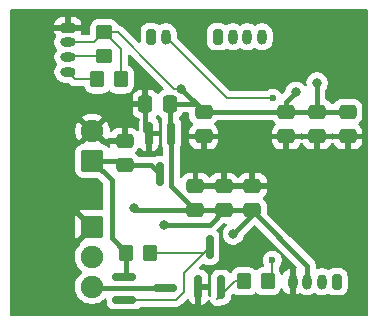
<source format=gbr>
%TF.GenerationSoftware,KiCad,Pcbnew,9.0.1*%
%TF.CreationDate,2025-07-19T18:14:50+02:00*%
%TF.ProjectId,ventilation,76656e74-696c-4617-9469-6f6e2e6b6963,rev?*%
%TF.SameCoordinates,Original*%
%TF.FileFunction,Copper,L2,Bot*%
%TF.FilePolarity,Positive*%
%FSLAX46Y46*%
G04 Gerber Fmt 4.6, Leading zero omitted, Abs format (unit mm)*
G04 Created by KiCad (PCBNEW 9.0.1) date 2025-07-19 18:14:50*
%MOMM*%
%LPD*%
G01*
G04 APERTURE LIST*
G04 Aperture macros list*
%AMRoundRect*
0 Rectangle with rounded corners*
0 $1 Rounding radius*
0 $2 $3 $4 $5 $6 $7 $8 $9 X,Y pos of 4 corners*
0 Add a 4 corners polygon primitive as box body*
4,1,4,$2,$3,$4,$5,$6,$7,$8,$9,$2,$3,0*
0 Add four circle primitives for the rounded corners*
1,1,$1+$1,$2,$3*
1,1,$1+$1,$4,$5*
1,1,$1+$1,$6,$7*
1,1,$1+$1,$8,$9*
0 Add four rect primitives between the rounded corners*
20,1,$1+$1,$2,$3,$4,$5,0*
20,1,$1+$1,$4,$5,$6,$7,0*
20,1,$1+$1,$6,$7,$8,$9,0*
20,1,$1+$1,$8,$9,$2,$3,0*%
G04 Aperture macros list end*
%TA.AperFunction,ComponentPad*%
%ADD10RoundRect,0.200000X-0.450000X0.200000X-0.450000X-0.200000X0.450000X-0.200000X0.450000X0.200000X0*%
%TD*%
%TA.AperFunction,ComponentPad*%
%ADD11O,1.300000X0.800000*%
%TD*%
%TA.AperFunction,ComponentPad*%
%ADD12RoundRect,0.285750X-0.666750X-0.666750X0.666750X-0.666750X0.666750X0.666750X-0.666750X0.666750X0*%
%TD*%
%TA.AperFunction,ComponentPad*%
%ADD13C,1.905000*%
%TD*%
%TA.AperFunction,ComponentPad*%
%ADD14RoundRect,0.200000X-0.200000X-0.450000X0.200000X-0.450000X0.200000X0.450000X-0.200000X0.450000X0*%
%TD*%
%TA.AperFunction,ComponentPad*%
%ADD15O,0.800000X1.300000*%
%TD*%
%TA.AperFunction,ComponentPad*%
%ADD16RoundRect,0.200000X0.200000X0.450000X-0.200000X0.450000X-0.200000X-0.450000X0.200000X-0.450000X0*%
%TD*%
%TA.AperFunction,SMDPad,CuDef*%
%ADD17RoundRect,0.250000X0.337500X0.475000X-0.337500X0.475000X-0.337500X-0.475000X0.337500X-0.475000X0*%
%TD*%
%TA.AperFunction,SMDPad,CuDef*%
%ADD18RoundRect,0.250000X-0.450000X0.350000X-0.450000X-0.350000X0.450000X-0.350000X0.450000X0.350000X0*%
%TD*%
%TA.AperFunction,SMDPad,CuDef*%
%ADD19RoundRect,0.162500X-0.837500X-0.162500X0.837500X-0.162500X0.837500X0.162500X-0.837500X0.162500X0*%
%TD*%
%TA.AperFunction,SMDPad,CuDef*%
%ADD20RoundRect,0.162500X0.162500X-0.837500X0.162500X0.837500X-0.162500X0.837500X-0.162500X-0.837500X0*%
%TD*%
%TA.AperFunction,SMDPad,CuDef*%
%ADD21RoundRect,0.250000X-0.475000X0.337500X-0.475000X-0.337500X0.475000X-0.337500X0.475000X0.337500X0*%
%TD*%
%TA.AperFunction,SMDPad,CuDef*%
%ADD22RoundRect,0.250000X0.350000X0.450000X-0.350000X0.450000X-0.350000X-0.450000X0.350000X-0.450000X0*%
%TD*%
%TA.AperFunction,SMDPad,CuDef*%
%ADD23RoundRect,0.250000X0.475000X-0.337500X0.475000X0.337500X-0.475000X0.337500X-0.475000X-0.337500X0*%
%TD*%
%TA.AperFunction,SMDPad,CuDef*%
%ADD24RoundRect,0.162500X-0.162500X0.837500X-0.162500X-0.837500X0.162500X-0.837500X0.162500X0.837500X0*%
%TD*%
%TA.AperFunction,SMDPad,CuDef*%
%ADD25RoundRect,0.250000X-0.350000X-0.450000X0.350000X-0.450000X0.350000X0.450000X-0.350000X0.450000X0*%
%TD*%
%TA.AperFunction,ViaPad*%
%ADD26C,0.800000*%
%TD*%
%TA.AperFunction,ViaPad*%
%ADD27C,0.600000*%
%TD*%
%TA.AperFunction,Conductor*%
%ADD28C,0.400000*%
%TD*%
%TA.AperFunction,Conductor*%
%ADD29C,0.200000*%
%TD*%
%TA.AperFunction,Conductor*%
%ADD30C,0.800000*%
%TD*%
G04 APERTURE END LIST*
D10*
%TO.P,J2,1,Pin_1*%
%TO.N,GND*%
X162900000Y-76730000D03*
D11*
%TO.P,J2,2,Pin_2*%
%TO.N,+3V3*%
X162900000Y-77980000D03*
%TO.P,J2,3,Pin_3*%
%TO.N,/I2C_SCL*%
X162900000Y-79230000D03*
%TO.P,J2,4,Pin_4*%
%TO.N,/I2C_SDA*%
X162900000Y-80480000D03*
%TD*%
D12*
%TO.P,J1,1,Pin_1*%
%TO.N,GND*%
X164940000Y-93580000D03*
D13*
%TO.P,J1,2,Pin_2*%
%TO.N,/SIG_SERVO*%
X164940000Y-96120000D03*
%TO.P,J1,3,Pin_3*%
%TO.N,/VCC_SERVO*%
X164940000Y-98660000D03*
%TD*%
%TO.P,J5,1,Pin_1*%
%TO.N,GND*%
X164970000Y-85460000D03*
D12*
%TO.P,J5,2,Pin_2*%
%TO.N,+BATT*%
X164970000Y-88000000D03*
%TD*%
D14*
%TO.P,J7,1,Pin_1*%
%TO.N,/BOOT*%
X169950000Y-77500000D03*
D15*
%TO.P,J7,2,Pin_2*%
%TO.N,/RESET*%
X171200000Y-77500000D03*
%TD*%
D14*
%TO.P,J3,1,Pin_1*%
%TO.N,/SWCLK*%
X175600000Y-77500000D03*
D15*
%TO.P,J3,2,Pin_2*%
%TO.N,/SWDIO*%
X176850000Y-77500000D03*
%TO.P,J3,3,Pin_3*%
%TO.N,/USART1_RX*%
X178100000Y-77500000D03*
%TO.P,J3,4,Pin_4*%
%TO.N,/USART1_TX*%
X179350000Y-77500000D03*
%TD*%
D16*
%TO.P,J4,1,Pin_1*%
%TO.N,/PA4*%
X185675000Y-98245000D03*
D15*
%TO.P,J4,2,Pin_2*%
%TO.N,/PA3*%
X184425000Y-98245000D03*
%TO.P,J4,3,Pin_3*%
%TO.N,+3V3*%
X183175000Y-98245000D03*
%TO.P,J4,4,Pin_4*%
%TO.N,GND*%
X181925000Y-98245000D03*
%TD*%
D17*
%TO.P,C11,1*%
%TO.N,+3V3*%
X171537500Y-83200000D03*
%TO.P,C11,2*%
%TO.N,GND*%
X169462500Y-83200000D03*
%TD*%
D18*
%TO.P,R9,1*%
%TO.N,+3V3*%
X165970000Y-77120000D03*
%TO.P,R9,2*%
%TO.N,/I2C_SCL*%
X165970000Y-79120000D03*
%TD*%
D19*
%TO.P,Q1,1,G*%
%TO.N,/G_FET*%
X167690000Y-99750000D03*
%TO.P,Q1,2,S*%
%TO.N,+BATT*%
X167690000Y-97850000D03*
%TO.P,Q1,3,D*%
%TO.N,/VCC_SERVO*%
X171110000Y-98800000D03*
%TD*%
D20*
%TO.P,Q2,1,B*%
%TO.N,/B_NPN*%
X175850000Y-98710000D03*
%TO.P,Q2,2,E*%
%TO.N,GND*%
X173950000Y-98710000D03*
%TO.P,Q2,3,C*%
%TO.N,/G_FET*%
X174900000Y-95290000D03*
%TD*%
D21*
%TO.P,C7,1*%
%TO.N,+3V3*%
X186600000Y-83862500D03*
%TO.P,C7,2*%
%TO.N,GND*%
X186600000Y-85937500D03*
%TD*%
D22*
%TO.P,R6,1*%
%TO.N,/SW_SERVO*%
X179800000Y-98200000D03*
%TO.P,R6,2*%
%TO.N,/B_NPN*%
X177800000Y-98200000D03*
%TD*%
D21*
%TO.P,C2,1*%
%TO.N,+3V3*%
X174400000Y-83862500D03*
%TO.P,C2,2*%
%TO.N,GND*%
X174400000Y-85937500D03*
%TD*%
%TO.P,C8,1*%
%TO.N,+3V3*%
X184000000Y-83862500D03*
%TO.P,C8,2*%
%TO.N,GND*%
X184000000Y-85937500D03*
%TD*%
D23*
%TO.P,C4,1*%
%TO.N,+3V3*%
X176100000Y-92200000D03*
%TO.P,C4,2*%
%TO.N,GND*%
X176100000Y-90125000D03*
%TD*%
%TO.P,C10,1*%
%TO.N,+BATT*%
X167700000Y-88377500D03*
%TO.P,C10,2*%
%TO.N,GND*%
X167700000Y-86302500D03*
%TD*%
%TO.P,C3,1*%
%TO.N,+3V3*%
X173700000Y-92200000D03*
%TO.P,C3,2*%
%TO.N,GND*%
X173700000Y-90125000D03*
%TD*%
%TO.P,C1,1*%
%TO.N,+3V3*%
X178500000Y-92200000D03*
%TO.P,C1,2*%
%TO.N,GND*%
X178500000Y-90125000D03*
%TD*%
D21*
%TO.P,C5,1*%
%TO.N,+3V3*%
X181400000Y-83862500D03*
%TO.P,C5,2*%
%TO.N,GND*%
X181400000Y-85937500D03*
%TD*%
D24*
%TO.P,U2,1,GND*%
%TO.N,GND*%
X169750000Y-85690000D03*
%TO.P,U2,2,VO*%
%TO.N,+3V3*%
X171650000Y-85690000D03*
%TO.P,U2,3,VI*%
%TO.N,+BATT*%
X170700000Y-89110000D03*
%TD*%
D22*
%TO.P,R3,1*%
%TO.N,/G_FET*%
X169840000Y-95800000D03*
%TO.P,R3,2*%
%TO.N,+BATT*%
X167840000Y-95800000D03*
%TD*%
D25*
%TO.P,R10,1*%
%TO.N,/I2C_SDA*%
X165400000Y-81100000D03*
%TO.P,R10,2*%
%TO.N,+3V3*%
X167400000Y-81100000D03*
%TD*%
D26*
%TO.N,GND*%
X187200000Y-89060000D03*
X177200000Y-87660000D03*
X176140000Y-95880000D03*
X173900000Y-88030000D03*
%TO.N,+3V3*%
X184000000Y-81400000D03*
X176900000Y-94200000D03*
X168500000Y-92000000D03*
X182200000Y-82212500D03*
X171000000Y-93400000D03*
X172500000Y-81900000D03*
D27*
%TO.N,/RESET*%
X180260000Y-82690000D03*
%TO.N,/SW_SERVO*%
X180200000Y-96400000D03*
%TD*%
D28*
%TO.N,GND*%
X169462500Y-83200000D02*
X169462500Y-85402500D01*
X169462500Y-85402500D02*
X169750000Y-85690000D01*
%TO.N,+3V3*%
X186600000Y-83862500D02*
X184000000Y-83862500D01*
D29*
X172500000Y-81900000D02*
X171900000Y-81900000D01*
D28*
X171650000Y-90150000D02*
X173700000Y-92200000D01*
X173000000Y-92200000D02*
X173700000Y-92200000D01*
X184000000Y-83862500D02*
X181400000Y-83862500D01*
X171537500Y-85577500D02*
X171650000Y-85690000D01*
D29*
X165970000Y-77120000D02*
X167400000Y-78550000D01*
D28*
X183175000Y-96875000D02*
X183175000Y-98245000D01*
X171650000Y-85690000D02*
X171650000Y-90150000D01*
X174400000Y-83862500D02*
X174400000Y-83800000D01*
D29*
X170400000Y-80400000D02*
X167120000Y-77120000D01*
X165110000Y-77980000D02*
X162900000Y-77980000D01*
D28*
X181400000Y-83012500D02*
X182200000Y-82212500D01*
D29*
X167120000Y-77120000D02*
X165970000Y-77120000D01*
D28*
X173700000Y-92200000D02*
X176100000Y-92200000D01*
X178500000Y-92600000D02*
X176900000Y-94200000D01*
X171537500Y-83200000D02*
X171537500Y-85577500D01*
X168700000Y-92200000D02*
X168500000Y-92000000D01*
X171537500Y-83200000D02*
X173737500Y-83200000D01*
X184000000Y-83862500D02*
X184000000Y-81400000D01*
X176100000Y-92200000D02*
X174900000Y-93400000D01*
X181400000Y-83862500D02*
X174400000Y-83862500D01*
X174400000Y-83800000D02*
X172500000Y-81900000D01*
X176100000Y-92200000D02*
X178500000Y-92200000D01*
X181400000Y-83862500D02*
X181400000Y-83012500D01*
X173737500Y-83200000D02*
X174400000Y-83862500D01*
D29*
X171900000Y-81900000D02*
X170400000Y-80400000D01*
D28*
X178500000Y-92200000D02*
X178500000Y-92600000D01*
X174900000Y-93400000D02*
X171000000Y-93400000D01*
X173700000Y-92200000D02*
X168700000Y-92200000D01*
D29*
X167400000Y-78550000D02*
X167400000Y-81100000D01*
D28*
X178500000Y-92200000D02*
X183175000Y-96875000D01*
D29*
X165970000Y-77120000D02*
X165110000Y-77980000D01*
%TO.N,/RESET*%
X176390000Y-82690000D02*
X171200000Y-77500000D01*
X180260000Y-82690000D02*
X176390000Y-82690000D01*
%TO.N,/I2C_SDA*%
X165400000Y-81100000D02*
X163520000Y-81100000D01*
X162980000Y-80400000D02*
X162900000Y-80480000D01*
X163520000Y-81100000D02*
X162900000Y-80480000D01*
%TO.N,/I2C_SCL*%
X163010000Y-79120000D02*
X162900000Y-79230000D01*
X165760000Y-79230000D02*
X166040000Y-78950000D01*
X165970000Y-79120000D02*
X163010000Y-79120000D01*
X163230000Y-78900000D02*
X162900000Y-79230000D01*
D28*
%TO.N,/VCC_SERVO*%
X165080000Y-98800000D02*
X164940000Y-98660000D01*
X171110000Y-98800000D02*
X165080000Y-98800000D01*
%TO.N,+BATT*%
X164970000Y-88000000D02*
X167462500Y-88000000D01*
X164970000Y-88000000D02*
X166600000Y-89630000D01*
X169967500Y-88377500D02*
X170700000Y-89110000D01*
X167462500Y-88000000D02*
X167840000Y-88377500D01*
X167840000Y-95800000D02*
X167840000Y-97627500D01*
X166600000Y-89630000D02*
X166600000Y-94560000D01*
X167840000Y-97627500D02*
X168062500Y-97850000D01*
D30*
X165255000Y-88285000D02*
X164970000Y-88000000D01*
D28*
X167840000Y-88377500D02*
X169967500Y-88377500D01*
X166600000Y-94560000D02*
X167840000Y-95800000D01*
D29*
%TO.N,/G_FET*%
X172700000Y-99100000D02*
X172050000Y-99750000D01*
X174900000Y-95290000D02*
X172700000Y-97490000D01*
X174900000Y-95290000D02*
X174390000Y-95800000D01*
X172700000Y-97490000D02*
X172700000Y-99100000D01*
X169840000Y-95800000D02*
X169840000Y-96360000D01*
X172050000Y-99750000D02*
X167690000Y-99750000D01*
X174390000Y-95800000D02*
X169840000Y-95800000D01*
%TO.N,/B_NPN*%
X177800000Y-98200000D02*
X177060000Y-98200000D01*
X177060000Y-98200000D02*
X175550000Y-99710000D01*
%TO.N,/SW_SERVO*%
X180200000Y-97800000D02*
X179800000Y-98200000D01*
X180200000Y-96400000D02*
X180200000Y-97800000D01*
%TD*%
%TA.AperFunction,Conductor*%
%TO.N,GND*%
G36*
X170525756Y-84087037D02*
G01*
X170537399Y-84087308D01*
X170557213Y-84100703D01*
X170579156Y-84110236D01*
X170590247Y-84123035D01*
X170595282Y-84126439D01*
X170597325Y-84131203D01*
X170605243Y-84140341D01*
X170607288Y-84143656D01*
X170731344Y-84267712D01*
X170778096Y-84296548D01*
X170824820Y-84348494D01*
X170837000Y-84402087D01*
X170837000Y-84692606D01*
X170831387Y-84729491D01*
X170830570Y-84732112D01*
X170824500Y-84798911D01*
X170824500Y-86581098D01*
X170830568Y-86647882D01*
X170830571Y-86647893D01*
X170878467Y-86801599D01*
X170878468Y-86801601D01*
X170894041Y-86827361D01*
X170918194Y-86867315D01*
X170931616Y-86889516D01*
X170949500Y-86953667D01*
X170949500Y-87485500D01*
X170929815Y-87552539D01*
X170877011Y-87598294D01*
X170825500Y-87609500D01*
X170483901Y-87609500D01*
X170417117Y-87615568D01*
X170417106Y-87615571D01*
X170263400Y-87663467D01*
X170231540Y-87682727D01*
X170163985Y-87700561D01*
X170143202Y-87698225D01*
X170036497Y-87677000D01*
X170036494Y-87677000D01*
X170036493Y-87677000D01*
X168902088Y-87677000D01*
X168835049Y-87657315D01*
X168796549Y-87618097D01*
X168794991Y-87615571D01*
X168767712Y-87571344D01*
X168643656Y-87447288D01*
X168640342Y-87445243D01*
X168638546Y-87443248D01*
X168637989Y-87442807D01*
X168638064Y-87442711D01*
X168593618Y-87393297D01*
X168582397Y-87324334D01*
X168610240Y-87260252D01*
X168640348Y-87234165D01*
X168643342Y-87232318D01*
X168767315Y-87108345D01*
X168862196Y-86954519D01*
X168914144Y-86907795D01*
X168983106Y-86896572D01*
X169047189Y-86924416D01*
X169056555Y-86934075D01*
X169056857Y-86933774D01*
X169175919Y-87052836D01*
X169313607Y-87136072D01*
X169313606Y-87136072D01*
X169467197Y-87183932D01*
X169467207Y-87183935D01*
X169499999Y-87186914D01*
X169500000Y-87186914D01*
X170000000Y-87186914D01*
X170032792Y-87183935D01*
X170032802Y-87183932D01*
X170186392Y-87136072D01*
X170324080Y-87052836D01*
X170437836Y-86939080D01*
X170521070Y-86801396D01*
X170568934Y-86647792D01*
X170575000Y-86581043D01*
X170575000Y-85940000D01*
X170000000Y-85940000D01*
X170000000Y-87186914D01*
X169500000Y-87186914D01*
X169500000Y-85814000D01*
X169519685Y-85746961D01*
X169572489Y-85701206D01*
X169624000Y-85690000D01*
X169750000Y-85690000D01*
X169750000Y-85564000D01*
X169769685Y-85496961D01*
X169822489Y-85451206D01*
X169874000Y-85440000D01*
X170575000Y-85440000D01*
X170575000Y-84798956D01*
X170568934Y-84732207D01*
X170521070Y-84578603D01*
X170437836Y-84440919D01*
X170353970Y-84357053D01*
X170351076Y-84351754D01*
X170346075Y-84348373D01*
X170334526Y-84321444D01*
X170320485Y-84295730D01*
X170320915Y-84289708D01*
X170318536Y-84284160D01*
X170323378Y-84255263D01*
X170325469Y-84226038D01*
X170329342Y-84219678D01*
X170330085Y-84215251D01*
X170343656Y-84196181D01*
X170349852Y-84186012D01*
X170407907Y-84122080D01*
X170428324Y-84109619D01*
X170446110Y-84093621D01*
X170457607Y-84091749D01*
X170467548Y-84085683D01*
X170491460Y-84086239D01*
X170515073Y-84082396D01*
X170525756Y-84087037D01*
G37*
%TD.AperFunction*%
%TA.AperFunction,Conductor*%
G36*
X188253039Y-75165185D02*
G01*
X188298794Y-75217989D01*
X188310000Y-75269500D01*
X188310000Y-101020500D01*
X188290315Y-101087539D01*
X188237511Y-101133294D01*
X188186000Y-101144500D01*
X158137000Y-101144500D01*
X158069961Y-101124815D01*
X158024206Y-101072011D01*
X158013000Y-101020500D01*
X158013000Y-82675013D01*
X168375000Y-82675013D01*
X168375000Y-82950000D01*
X169212500Y-82950000D01*
X169212500Y-81975000D01*
X169075027Y-81975000D01*
X169075012Y-81975001D01*
X168972302Y-81985494D01*
X168805880Y-82040641D01*
X168805875Y-82040643D01*
X168656654Y-82132684D01*
X168532684Y-82256654D01*
X168440643Y-82405875D01*
X168440641Y-82405880D01*
X168385494Y-82572302D01*
X168385493Y-82572309D01*
X168375000Y-82675013D01*
X158013000Y-82675013D01*
X158013000Y-77891304D01*
X161749500Y-77891304D01*
X161749500Y-78068695D01*
X161784103Y-78242658D01*
X161784106Y-78242667D01*
X161851983Y-78406540D01*
X161851990Y-78406553D01*
X161938557Y-78536109D01*
X161959435Y-78602787D01*
X161940950Y-78670167D01*
X161938557Y-78673891D01*
X161851990Y-78803446D01*
X161851983Y-78803459D01*
X161784106Y-78967332D01*
X161784103Y-78967341D01*
X161749500Y-79141304D01*
X161749500Y-79318695D01*
X161784103Y-79492658D01*
X161784106Y-79492667D01*
X161851983Y-79656540D01*
X161851990Y-79656553D01*
X161938557Y-79786109D01*
X161959435Y-79852787D01*
X161940950Y-79920167D01*
X161938557Y-79923891D01*
X161851990Y-80053446D01*
X161851983Y-80053459D01*
X161784106Y-80217332D01*
X161784103Y-80217341D01*
X161749500Y-80391304D01*
X161749500Y-80568695D01*
X161784103Y-80742658D01*
X161784106Y-80742667D01*
X161851983Y-80906540D01*
X161851990Y-80906553D01*
X161950535Y-81054034D01*
X161950538Y-81054038D01*
X162075961Y-81179461D01*
X162075965Y-81179464D01*
X162223446Y-81278009D01*
X162223459Y-81278016D01*
X162339211Y-81325961D01*
X162387334Y-81345894D01*
X162387336Y-81345894D01*
X162387341Y-81345896D01*
X162561304Y-81380499D01*
X162561307Y-81380500D01*
X162561309Y-81380500D01*
X162899903Y-81380500D01*
X162929343Y-81389144D01*
X162959330Y-81395668D01*
X162964345Y-81399422D01*
X162966942Y-81400185D01*
X162987583Y-81416818D01*
X163035139Y-81464374D01*
X163035149Y-81464385D01*
X163039479Y-81468715D01*
X163039480Y-81468716D01*
X163151284Y-81580520D01*
X163151286Y-81580521D01*
X163151290Y-81580524D01*
X163270258Y-81649209D01*
X163288216Y-81659577D01*
X163400019Y-81689534D01*
X163440942Y-81700500D01*
X163440943Y-81700500D01*
X164219699Y-81700500D01*
X164286738Y-81720185D01*
X164332493Y-81772989D01*
X164337403Y-81785492D01*
X164365186Y-81869334D01*
X164457288Y-82018656D01*
X164581344Y-82142712D01*
X164730666Y-82234814D01*
X164897203Y-82289999D01*
X164999991Y-82300500D01*
X165800008Y-82300499D01*
X165800016Y-82300498D01*
X165800019Y-82300498D01*
X165856302Y-82294748D01*
X165902797Y-82289999D01*
X166069334Y-82234814D01*
X166218656Y-82142712D01*
X166312319Y-82049049D01*
X166373642Y-82015564D01*
X166443334Y-82020548D01*
X166487681Y-82049049D01*
X166581344Y-82142712D01*
X166730666Y-82234814D01*
X166897203Y-82289999D01*
X166999991Y-82300500D01*
X167800008Y-82300499D01*
X167800016Y-82300498D01*
X167800019Y-82300498D01*
X167856302Y-82294748D01*
X167902797Y-82289999D01*
X168069334Y-82234814D01*
X168218656Y-82142712D01*
X168342712Y-82018656D01*
X168434814Y-81869334D01*
X168489999Y-81702797D01*
X168500500Y-81600009D01*
X168500499Y-80599992D01*
X168489999Y-80497203D01*
X168434814Y-80330666D01*
X168342712Y-80181344D01*
X168218656Y-80057288D01*
X168069334Y-79965186D01*
X168069332Y-79965185D01*
X168063187Y-79961395D01*
X168064290Y-79959605D01*
X168019649Y-79920290D01*
X168000500Y-79854091D01*
X168000500Y-79149097D01*
X168020185Y-79082058D01*
X168072989Y-79036303D01*
X168142147Y-79026359D01*
X168205703Y-79055384D01*
X168212181Y-79061416D01*
X170971571Y-81820806D01*
X171005056Y-81882129D01*
X171000072Y-81951821D01*
X170958200Y-82007754D01*
X170922896Y-82026192D01*
X170880666Y-82040186D01*
X170880663Y-82040187D01*
X170731342Y-82132289D01*
X170607288Y-82256343D01*
X170607283Y-82256349D01*
X170605241Y-82259661D01*
X170603247Y-82261453D01*
X170602807Y-82262011D01*
X170602711Y-82261935D01*
X170553291Y-82306383D01*
X170484328Y-82317602D01*
X170420247Y-82289755D01*
X170394168Y-82259656D01*
X170392319Y-82256659D01*
X170392316Y-82256655D01*
X170268345Y-82132684D01*
X170119124Y-82040643D01*
X170119119Y-82040641D01*
X169952697Y-81985494D01*
X169952690Y-81985493D01*
X169849986Y-81975000D01*
X169712500Y-81975000D01*
X169712500Y-83076000D01*
X169692815Y-83143039D01*
X169640011Y-83188794D01*
X169588500Y-83200000D01*
X169462500Y-83200000D01*
X169462500Y-83326000D01*
X169442815Y-83393039D01*
X169390011Y-83438794D01*
X169338500Y-83450000D01*
X168375001Y-83450000D01*
X168375001Y-83724986D01*
X168385494Y-83827697D01*
X168440641Y-83994119D01*
X168440643Y-83994124D01*
X168532684Y-84143345D01*
X168656654Y-84267315D01*
X168805875Y-84359356D01*
X168805880Y-84359358D01*
X168912967Y-84394843D01*
X168970412Y-84434615D01*
X168997235Y-84499131D01*
X168984920Y-84567907D01*
X168980086Y-84576689D01*
X168978930Y-84578600D01*
X168931065Y-84732207D01*
X168925000Y-84798956D01*
X168925000Y-85354977D01*
X168905315Y-85422016D01*
X168852511Y-85467771D01*
X168783353Y-85477715D01*
X168719797Y-85448690D01*
X168713319Y-85442658D01*
X168643345Y-85372684D01*
X168494124Y-85280643D01*
X168494119Y-85280641D01*
X168327697Y-85225494D01*
X168327690Y-85225493D01*
X168224986Y-85215000D01*
X167950000Y-85215000D01*
X167950000Y-86178500D01*
X167930315Y-86245539D01*
X167877511Y-86291294D01*
X167826000Y-86302500D01*
X167700000Y-86302500D01*
X167700000Y-86428500D01*
X167680315Y-86495539D01*
X167627511Y-86541294D01*
X167576000Y-86552500D01*
X166475001Y-86552500D01*
X166475001Y-86689971D01*
X166475002Y-86689991D01*
X166482017Y-86758669D01*
X166469247Y-86827361D01*
X166421365Y-86878245D01*
X166353575Y-86895165D01*
X166287399Y-86872748D01*
X166260665Y-86844603D01*
X166259698Y-86845375D01*
X166255354Y-86839928D01*
X166130071Y-86714645D01*
X165980050Y-86620381D01*
X165904997Y-86594119D01*
X165812814Y-86561863D01*
X165812813Y-86561862D01*
X165812811Y-86561862D01*
X165781272Y-86558308D01*
X165716858Y-86531241D01*
X165708864Y-86524136D01*
X165065185Y-85900369D01*
X165143694Y-85879333D01*
X165246306Y-85820090D01*
X165330090Y-85736306D01*
X165389333Y-85633694D01*
X165413893Y-85542034D01*
X166172015Y-86276705D01*
X166172016Y-86276705D01*
X166212286Y-86221280D01*
X166212287Y-86221278D01*
X166280450Y-86087502D01*
X166328424Y-86036706D01*
X166396245Y-86019911D01*
X166462380Y-86042448D01*
X166474321Y-86052500D01*
X167450000Y-86052500D01*
X167450000Y-85215000D01*
X167175029Y-85215000D01*
X167175012Y-85215001D01*
X167072302Y-85225494D01*
X166905880Y-85280641D01*
X166905875Y-85280643D01*
X166756654Y-85372684D01*
X166634181Y-85495158D01*
X166572858Y-85528643D01*
X166503166Y-85523659D01*
X166447233Y-85481787D01*
X166422816Y-85416323D01*
X166422500Y-85407477D01*
X166422500Y-85345686D01*
X166386734Y-85119875D01*
X166386734Y-85119874D01*
X166316082Y-84902431D01*
X166212286Y-84698720D01*
X166145259Y-84606464D01*
X165410369Y-85364813D01*
X165389333Y-85286306D01*
X165330090Y-85183694D01*
X165246306Y-85099910D01*
X165143694Y-85040667D01*
X165052032Y-85016106D01*
X165786705Y-84257983D01*
X165786705Y-84257982D01*
X165731279Y-84217713D01*
X165527568Y-84113917D01*
X165310124Y-84043265D01*
X165084313Y-84007500D01*
X164855687Y-84007500D01*
X164629875Y-84043265D01*
X164629874Y-84043265D01*
X164412431Y-84113917D01*
X164208722Y-84217712D01*
X164116464Y-84284739D01*
X164874814Y-85019630D01*
X164796306Y-85040667D01*
X164693694Y-85099910D01*
X164609910Y-85183694D01*
X164550667Y-85286306D01*
X164526106Y-85377965D01*
X163767983Y-84643292D01*
X163727712Y-84698722D01*
X163623917Y-84902431D01*
X163553265Y-85119874D01*
X163553265Y-85119875D01*
X163517500Y-85345686D01*
X163517500Y-85574313D01*
X163553265Y-85800124D01*
X163553265Y-85800125D01*
X163623917Y-86017568D01*
X163727713Y-86221279D01*
X163794739Y-86313534D01*
X164529630Y-85555183D01*
X164550667Y-85633694D01*
X164609910Y-85736306D01*
X164693694Y-85820090D01*
X164796306Y-85879333D01*
X164887964Y-85903892D01*
X164296402Y-86514338D01*
X164235612Y-86548782D01*
X164221238Y-86551265D01*
X164127188Y-86561861D01*
X163959949Y-86620381D01*
X163809928Y-86714645D01*
X163684645Y-86839928D01*
X163590381Y-86989949D01*
X163531861Y-87157188D01*
X163517000Y-87289091D01*
X163517000Y-88710908D01*
X163531861Y-88842811D01*
X163590381Y-89010050D01*
X163684645Y-89160071D01*
X163809929Y-89285355D01*
X163959950Y-89379619D01*
X164074359Y-89419652D01*
X164127188Y-89438138D01*
X164211544Y-89447642D01*
X164259091Y-89452999D01*
X164259092Y-89453000D01*
X164259096Y-89453000D01*
X165380981Y-89453000D01*
X165448020Y-89472685D01*
X165468662Y-89489319D01*
X165863181Y-89883838D01*
X165896666Y-89945161D01*
X165899500Y-89971519D01*
X165899500Y-92016756D01*
X165879815Y-92083795D01*
X165827011Y-92129550D01*
X165761617Y-92139976D01*
X165650884Y-92127500D01*
X164229115Y-92127500D01*
X164097304Y-92142351D01*
X163930166Y-92200835D01*
X163920475Y-92206923D01*
X164851414Y-93137862D01*
X164766306Y-93160667D01*
X164663694Y-93219910D01*
X164579910Y-93303694D01*
X164520667Y-93406306D01*
X164497862Y-93491414D01*
X163566923Y-92560475D01*
X163560835Y-92570166D01*
X163502351Y-92737304D01*
X163487500Y-92869115D01*
X163487500Y-94290884D01*
X163502351Y-94422694D01*
X163560836Y-94589834D01*
X163566923Y-94599522D01*
X164497862Y-93668585D01*
X164520667Y-93753694D01*
X164579910Y-93856306D01*
X164663694Y-93940090D01*
X164766306Y-93999333D01*
X164851412Y-94022137D01*
X163920476Y-94953074D01*
X163927115Y-95012011D01*
X163915058Y-95080832D01*
X163891576Y-95113572D01*
X163831713Y-95173434D01*
X163697283Y-95358461D01*
X163593450Y-95562244D01*
X163522778Y-95779750D01*
X163522778Y-95779753D01*
X163522778Y-95779755D01*
X163487000Y-96005646D01*
X163487000Y-96234354D01*
X163504889Y-96347299D01*
X163522778Y-96460246D01*
X163522778Y-96460249D01*
X163593450Y-96677755D01*
X163658798Y-96806007D01*
X163697283Y-96881538D01*
X163831714Y-97066566D01*
X163993434Y-97228286D01*
X164041859Y-97263469D01*
X164077938Y-97289682D01*
X164120603Y-97345013D01*
X164126582Y-97414626D01*
X164093976Y-97476421D01*
X164077938Y-97490318D01*
X163993432Y-97551715D01*
X163831716Y-97713431D01*
X163831716Y-97713432D01*
X163831714Y-97713434D01*
X163803612Y-97752113D01*
X163697283Y-97898461D01*
X163593450Y-98102244D01*
X163522778Y-98319750D01*
X163522778Y-98319753D01*
X163487000Y-98545646D01*
X163487000Y-98774353D01*
X163522778Y-99000246D01*
X163522778Y-99000249D01*
X163593450Y-99217755D01*
X163673259Y-99374388D01*
X163697283Y-99421538D01*
X163831714Y-99606566D01*
X163993434Y-99768286D01*
X164178462Y-99902717D01*
X164382242Y-100006548D01*
X164382244Y-100006549D01*
X164599751Y-100077221D01*
X164599752Y-100077221D01*
X164599755Y-100077222D01*
X164825646Y-100113000D01*
X164825647Y-100113000D01*
X165054353Y-100113000D01*
X165054354Y-100113000D01*
X165280245Y-100077222D01*
X165280248Y-100077221D01*
X165280249Y-100077221D01*
X165497755Y-100006549D01*
X165497755Y-100006548D01*
X165497758Y-100006548D01*
X165701538Y-99902717D01*
X165886566Y-99768286D01*
X165977822Y-99677029D01*
X166039141Y-99643547D01*
X166108833Y-99648531D01*
X166164767Y-99690402D01*
X166189184Y-99755866D01*
X166189500Y-99764712D01*
X166189500Y-99966098D01*
X166195568Y-100032882D01*
X166195571Y-100032893D01*
X166243467Y-100186598D01*
X166243468Y-100186600D01*
X166243469Y-100186602D01*
X166318369Y-100310501D01*
X166326766Y-100324391D01*
X166440608Y-100438233D01*
X166440610Y-100438234D01*
X166440612Y-100438236D01*
X166578398Y-100521531D01*
X166732113Y-100569430D01*
X166798909Y-100575500D01*
X168581090Y-100575499D01*
X168581097Y-100575499D01*
X168647882Y-100569431D01*
X168647885Y-100569430D01*
X168647887Y-100569430D01*
X168801602Y-100521531D01*
X168939388Y-100438236D01*
X168990804Y-100386820D01*
X169052127Y-100353334D01*
X169078486Y-100350500D01*
X171963331Y-100350500D01*
X171963347Y-100350501D01*
X171970943Y-100350501D01*
X172129054Y-100350501D01*
X172129057Y-100350501D01*
X172281785Y-100309577D01*
X172331904Y-100280639D01*
X172418716Y-100230520D01*
X172530520Y-100118716D01*
X172530520Y-100118714D01*
X172540728Y-100108507D01*
X172540730Y-100108504D01*
X172950476Y-99698757D01*
X173011797Y-99665274D01*
X173081489Y-99670258D01*
X173137422Y-99712130D01*
X173156540Y-99749549D01*
X173178928Y-99821393D01*
X173262163Y-99959080D01*
X173375919Y-100072836D01*
X173513607Y-100156072D01*
X173513606Y-100156072D01*
X173667197Y-100203932D01*
X173667207Y-100203935D01*
X173699999Y-100206914D01*
X173700000Y-100206914D01*
X173700000Y-98834000D01*
X173719685Y-98766961D01*
X173772489Y-98721206D01*
X173824000Y-98710000D01*
X173950000Y-98710000D01*
X173950000Y-98584000D01*
X173969685Y-98516961D01*
X174022489Y-98471206D01*
X174074000Y-98460000D01*
X174775000Y-98460000D01*
X174775000Y-97818956D01*
X174768934Y-97752207D01*
X174721070Y-97598603D01*
X174637836Y-97460919D01*
X174524080Y-97347163D01*
X174386396Y-97263929D01*
X174232792Y-97216065D01*
X174166043Y-97210000D01*
X174128597Y-97210000D01*
X174061558Y-97190315D01*
X174015803Y-97137511D01*
X174005859Y-97068353D01*
X174034884Y-97004797D01*
X174040915Y-96998319D01*
X174099254Y-96939980D01*
X174294555Y-96744678D01*
X174355874Y-96711196D01*
X174425566Y-96716180D01*
X174446378Y-96726242D01*
X174463398Y-96736531D01*
X174617113Y-96784430D01*
X174683909Y-96790500D01*
X175116090Y-96790499D01*
X175116098Y-96790499D01*
X175182882Y-96784431D01*
X175182885Y-96784430D01*
X175182887Y-96784430D01*
X175336602Y-96736531D01*
X175474388Y-96653236D01*
X175588236Y-96539388D01*
X175671531Y-96401602D01*
X175719430Y-96247887D01*
X175725500Y-96181091D01*
X175725499Y-94398910D01*
X175725499Y-94398909D01*
X175725499Y-94398901D01*
X175719431Y-94332117D01*
X175719428Y-94332106D01*
X175671532Y-94178401D01*
X175671531Y-94178400D01*
X175671531Y-94178398D01*
X175588236Y-94040612D01*
X175588234Y-94040610D01*
X175588233Y-94040608D01*
X175506821Y-93959196D01*
X175473336Y-93897873D01*
X175478320Y-93828181D01*
X175506819Y-93783836D01*
X175966338Y-93324318D01*
X175993265Y-93309614D01*
X176019084Y-93293022D01*
X176025284Y-93292130D01*
X176027661Y-93290833D01*
X176054019Y-93287999D01*
X176239139Y-93287999D01*
X176306178Y-93307684D01*
X176351933Y-93360488D01*
X176361877Y-93429646D01*
X176332852Y-93493202D01*
X176326820Y-93499680D01*
X176200538Y-93625961D01*
X176200535Y-93625965D01*
X176101990Y-93773446D01*
X176101983Y-93773459D01*
X176034106Y-93937332D01*
X176034103Y-93937341D01*
X175999500Y-94111304D01*
X175999500Y-94288695D01*
X176034103Y-94462658D01*
X176034106Y-94462667D01*
X176101983Y-94626540D01*
X176101990Y-94626553D01*
X176200535Y-94774034D01*
X176200538Y-94774038D01*
X176325961Y-94899461D01*
X176325965Y-94899464D01*
X176473446Y-94998009D01*
X176473459Y-94998016D01*
X176552285Y-95030666D01*
X176637334Y-95065894D01*
X176637336Y-95065894D01*
X176637341Y-95065896D01*
X176811304Y-95100499D01*
X176811307Y-95100500D01*
X176811309Y-95100500D01*
X176988693Y-95100500D01*
X176988694Y-95100499D01*
X177046682Y-95088964D01*
X177162658Y-95065896D01*
X177162661Y-95065894D01*
X177162666Y-95065894D01*
X177326547Y-94998013D01*
X177474035Y-94899464D01*
X177599464Y-94774035D01*
X177698013Y-94626547D01*
X177765894Y-94462666D01*
X177792797Y-94327408D01*
X177825180Y-94265503D01*
X177826676Y-94263979D01*
X178612319Y-93478337D01*
X178673642Y-93444852D01*
X178743334Y-93449836D01*
X178787681Y-93478337D01*
X182221853Y-96912509D01*
X182255338Y-96973832D01*
X182250354Y-97043524D01*
X182212836Y-97096044D01*
X182175000Y-97127094D01*
X182175000Y-98195272D01*
X182136940Y-98103386D01*
X182066614Y-98033060D01*
X181974728Y-97995000D01*
X181875272Y-97995000D01*
X181783386Y-98033060D01*
X181713060Y-98103386D01*
X181675000Y-98195272D01*
X181675000Y-97127095D01*
X181674999Y-97127094D01*
X181662480Y-97129585D01*
X181498692Y-97197428D01*
X181498683Y-97197433D01*
X181351283Y-97295923D01*
X181351279Y-97295926D01*
X181225926Y-97421279D01*
X181225923Y-97421283D01*
X181127433Y-97568683D01*
X181127427Y-97568695D01*
X181117755Y-97592045D01*
X181102890Y-97610490D01*
X181091747Y-97631391D01*
X181081372Y-97637190D01*
X181073913Y-97646448D01*
X181051436Y-97653928D01*
X181030762Y-97665487D01*
X181018896Y-97664757D01*
X181007618Y-97668511D01*
X180984666Y-97662652D01*
X180961024Y-97661199D01*
X180951437Y-97654171D01*
X180939919Y-97651231D01*
X180923777Y-97633892D01*
X180904675Y-97619888D01*
X180896707Y-97604815D01*
X180892310Y-97600092D01*
X180887452Y-97589081D01*
X180886405Y-97586358D01*
X180834814Y-97430666D01*
X180812901Y-97395138D01*
X180808757Y-97384358D01*
X180806996Y-97362775D01*
X180800500Y-97339867D01*
X180800500Y-96979765D01*
X180820185Y-96912726D01*
X180821398Y-96910874D01*
X180891067Y-96806608D01*
X180909394Y-96779179D01*
X180969737Y-96633497D01*
X181000500Y-96478842D01*
X181000500Y-96321158D01*
X181000500Y-96321155D01*
X181000499Y-96321153D01*
X180985925Y-96247887D01*
X180969737Y-96166503D01*
X180969735Y-96166498D01*
X180909397Y-96020827D01*
X180909390Y-96020814D01*
X180821789Y-95889711D01*
X180821786Y-95889707D01*
X180710292Y-95778213D01*
X180710288Y-95778210D01*
X180579185Y-95690609D01*
X180579172Y-95690602D01*
X180433501Y-95630264D01*
X180433489Y-95630261D01*
X180278845Y-95599500D01*
X180278842Y-95599500D01*
X180121158Y-95599500D01*
X180121155Y-95599500D01*
X179966510Y-95630261D01*
X179966498Y-95630264D01*
X179820827Y-95690602D01*
X179820814Y-95690609D01*
X179689711Y-95778210D01*
X179689707Y-95778213D01*
X179578213Y-95889707D01*
X179578210Y-95889711D01*
X179490609Y-96020814D01*
X179490602Y-96020827D01*
X179430264Y-96166498D01*
X179430261Y-96166510D01*
X179399500Y-96321153D01*
X179399500Y-96478846D01*
X179430261Y-96633489D01*
X179430264Y-96633501D01*
X179490602Y-96779172D01*
X179490610Y-96779187D01*
X179508933Y-96806608D01*
X179529812Y-96873285D01*
X179511328Y-96940666D01*
X179459350Y-96987356D01*
X179405846Y-96999500D01*
X179400005Y-96999500D01*
X179399980Y-96999501D01*
X179297203Y-97010000D01*
X179297200Y-97010001D01*
X179130668Y-97065185D01*
X179130663Y-97065187D01*
X178981342Y-97157289D01*
X178887681Y-97250951D01*
X178826358Y-97284436D01*
X178756666Y-97279452D01*
X178712319Y-97250951D01*
X178618657Y-97157289D01*
X178618656Y-97157288D01*
X178514428Y-97093000D01*
X178469336Y-97065187D01*
X178469331Y-97065185D01*
X178416166Y-97047568D01*
X178302797Y-97010001D01*
X178302795Y-97010000D01*
X178200010Y-96999500D01*
X177399998Y-96999500D01*
X177399980Y-96999501D01*
X177297203Y-97010000D01*
X177297200Y-97010001D01*
X177130668Y-97065185D01*
X177130663Y-97065187D01*
X176981342Y-97157289D01*
X176857289Y-97281342D01*
X176765187Y-97430663D01*
X176765184Y-97430671D01*
X176763049Y-97437114D01*
X176723273Y-97494557D01*
X176658756Y-97521377D01*
X176589981Y-97509058D01*
X176543392Y-97466093D01*
X176542858Y-97466512D01*
X176540285Y-97463228D01*
X176539228Y-97462253D01*
X176538236Y-97460612D01*
X176538235Y-97460611D01*
X176538232Y-97460607D01*
X176424391Y-97346766D01*
X176421491Y-97345013D01*
X176286602Y-97263469D01*
X176132887Y-97215570D01*
X176132885Y-97215569D01*
X176132883Y-97215569D01*
X176086117Y-97211319D01*
X176066091Y-97209500D01*
X176066088Y-97209500D01*
X175633901Y-97209500D01*
X175567117Y-97215568D01*
X175567106Y-97215571D01*
X175413401Y-97263467D01*
X175275608Y-97346766D01*
X175161766Y-97460608D01*
X175078469Y-97598397D01*
X175030569Y-97752116D01*
X175024500Y-97818911D01*
X175024500Y-99385965D01*
X175020352Y-99401447D01*
X175021009Y-99415181D01*
X175007897Y-99447948D01*
X175006397Y-99450547D01*
X174955837Y-99498771D01*
X174887232Y-99512004D01*
X174822363Y-99486046D01*
X174781826Y-99429138D01*
X174775000Y-99388564D01*
X174775000Y-98960000D01*
X174200000Y-98960000D01*
X174200000Y-100206914D01*
X174232792Y-100203935D01*
X174232802Y-100203932D01*
X174386392Y-100156072D01*
X174524080Y-100072836D01*
X174637836Y-99959080D01*
X174721068Y-99821399D01*
X174721182Y-99821035D01*
X174721340Y-99820796D01*
X174724150Y-99814555D01*
X174725186Y-99815021D01*
X174759911Y-99762882D01*
X174823932Y-99734898D01*
X174892919Y-99745970D01*
X174944969Y-99792580D01*
X174959348Y-99825814D01*
X174990423Y-99941785D01*
X175069481Y-100078716D01*
X175181284Y-100190519D01*
X175318215Y-100269577D01*
X175470943Y-100310501D01*
X175470946Y-100310501D01*
X175629054Y-100310501D01*
X175629057Y-100310501D01*
X175781785Y-100269577D01*
X175836060Y-100238240D01*
X175855336Y-100227112D01*
X175917336Y-100210499D01*
X176066097Y-100210499D01*
X176132882Y-100204431D01*
X176132885Y-100204430D01*
X176132887Y-100204430D01*
X176286602Y-100156531D01*
X176424388Y-100073236D01*
X176538236Y-99959388D01*
X176621531Y-99821602D01*
X176669430Y-99667887D01*
X176675500Y-99601091D01*
X176675499Y-99485095D01*
X176684144Y-99455651D01*
X176690667Y-99425669D01*
X176694419Y-99420655D01*
X176695183Y-99418057D01*
X176711813Y-99397420D01*
X176840999Y-99268234D01*
X176902320Y-99234751D01*
X176972012Y-99239735D01*
X176993763Y-99250372D01*
X177130666Y-99334814D01*
X177297203Y-99389999D01*
X177399991Y-99400500D01*
X178200008Y-99400499D01*
X178200016Y-99400498D01*
X178200019Y-99400498D01*
X178256302Y-99394748D01*
X178302797Y-99389999D01*
X178469334Y-99334814D01*
X178618656Y-99242712D01*
X178712319Y-99149049D01*
X178773642Y-99115564D01*
X178843334Y-99120548D01*
X178887681Y-99149049D01*
X178981344Y-99242712D01*
X179130666Y-99334814D01*
X179297203Y-99389999D01*
X179399991Y-99400500D01*
X180200008Y-99400499D01*
X180200016Y-99400498D01*
X180200019Y-99400498D01*
X180256302Y-99394748D01*
X180302797Y-99389999D01*
X180469334Y-99334814D01*
X180618656Y-99242712D01*
X180742712Y-99118656D01*
X180834814Y-98969334D01*
X180868921Y-98866403D01*
X180908692Y-98808961D01*
X180973208Y-98782137D01*
X181041983Y-98794452D01*
X181093184Y-98841994D01*
X181101187Y-98857955D01*
X181127430Y-98921309D01*
X181127433Y-98921316D01*
X181225923Y-99068716D01*
X181225926Y-99068720D01*
X181351279Y-99194073D01*
X181351283Y-99194076D01*
X181498683Y-99292566D01*
X181498693Y-99292571D01*
X181662476Y-99360412D01*
X181662483Y-99360415D01*
X181675000Y-99362904D01*
X181675000Y-98294728D01*
X181713060Y-98386614D01*
X181783386Y-98456940D01*
X181875272Y-98495000D01*
X181974728Y-98495000D01*
X182066614Y-98456940D01*
X182136940Y-98386614D01*
X182175000Y-98294728D01*
X182175000Y-99362903D01*
X182187516Y-99360415D01*
X182187523Y-99360412D01*
X182351306Y-99292571D01*
X182351315Y-99292566D01*
X182480659Y-99206141D01*
X182547336Y-99185263D01*
X182614716Y-99203747D01*
X182618434Y-99206136D01*
X182673170Y-99242710D01*
X182747791Y-99292571D01*
X182748453Y-99293013D01*
X182748455Y-99293014D01*
X182748459Y-99293016D01*
X182858214Y-99338477D01*
X182912334Y-99360894D01*
X182912336Y-99360894D01*
X182912341Y-99360896D01*
X183086304Y-99395499D01*
X183086307Y-99395500D01*
X183086309Y-99395500D01*
X183263693Y-99395500D01*
X183263694Y-99395499D01*
X183369828Y-99374388D01*
X183437658Y-99360896D01*
X183437661Y-99360894D01*
X183437666Y-99360894D01*
X183601547Y-99293013D01*
X183731109Y-99206442D01*
X183797786Y-99185564D01*
X183865166Y-99204048D01*
X183868891Y-99206442D01*
X183998447Y-99293009D01*
X183998453Y-99293013D01*
X183998455Y-99293014D01*
X183998459Y-99293016D01*
X184108214Y-99338477D01*
X184162334Y-99360894D01*
X184162336Y-99360894D01*
X184162341Y-99360896D01*
X184336304Y-99395499D01*
X184336307Y-99395500D01*
X184336309Y-99395500D01*
X184513693Y-99395500D01*
X184513694Y-99395499D01*
X184619828Y-99374388D01*
X184687658Y-99360896D01*
X184687661Y-99360894D01*
X184687666Y-99360894D01*
X184851547Y-99293013D01*
X184908838Y-99254731D01*
X184975510Y-99233854D01*
X185041873Y-99251716D01*
X185185394Y-99338478D01*
X185347804Y-99389086D01*
X185418384Y-99395500D01*
X185418387Y-99395500D01*
X185931613Y-99395500D01*
X185931616Y-99395500D01*
X186002196Y-99389086D01*
X186164606Y-99338478D01*
X186310185Y-99250472D01*
X186430472Y-99130185D01*
X186518478Y-98984606D01*
X186569086Y-98822196D01*
X186575500Y-98751616D01*
X186575500Y-97738384D01*
X186569086Y-97667804D01*
X186518478Y-97505394D01*
X186430472Y-97359815D01*
X186430470Y-97359813D01*
X186430469Y-97359811D01*
X186310188Y-97239530D01*
X186291588Y-97228286D01*
X186164606Y-97151522D01*
X186002196Y-97100914D01*
X186002194Y-97100913D01*
X186002192Y-97100913D01*
X185948606Y-97096044D01*
X185931616Y-97094500D01*
X185418384Y-97094500D01*
X185401394Y-97096044D01*
X185347807Y-97100913D01*
X185185391Y-97151523D01*
X185041875Y-97238281D01*
X184974321Y-97256117D01*
X184908834Y-97235265D01*
X184851555Y-97196991D01*
X184851540Y-97196983D01*
X184687667Y-97129106D01*
X184687658Y-97129103D01*
X184513694Y-97094500D01*
X184513691Y-97094500D01*
X184336309Y-97094500D01*
X184336306Y-97094500D01*
X184162341Y-97129103D01*
X184162337Y-97129105D01*
X184162335Y-97129105D01*
X184162334Y-97129106D01*
X184132238Y-97141571D01*
X184046951Y-97176898D01*
X183977482Y-97184365D01*
X183915003Y-97153090D01*
X183879351Y-97093000D01*
X183875500Y-97062336D01*
X183875500Y-96806004D01*
X183848581Y-96670677D01*
X183848580Y-96670676D01*
X183848580Y-96670672D01*
X183841357Y-96653233D01*
X183795778Y-96543195D01*
X183795771Y-96543182D01*
X183719115Y-96428459D01*
X183691156Y-96400500D01*
X183621542Y-96330886D01*
X181713350Y-94422694D01*
X179761818Y-92471161D01*
X179728333Y-92409838D01*
X179725499Y-92383480D01*
X179725499Y-91812498D01*
X179725498Y-91812481D01*
X179714999Y-91709703D01*
X179714998Y-91709700D01*
X179669850Y-91573453D01*
X179659814Y-91543166D01*
X179567712Y-91393844D01*
X179443656Y-91269788D01*
X179440342Y-91267743D01*
X179438546Y-91265748D01*
X179437989Y-91265307D01*
X179438064Y-91265211D01*
X179393618Y-91215797D01*
X179382397Y-91146834D01*
X179410240Y-91082752D01*
X179440348Y-91056665D01*
X179443342Y-91054818D01*
X179567315Y-90930845D01*
X179659356Y-90781624D01*
X179659358Y-90781619D01*
X179714505Y-90615197D01*
X179714506Y-90615190D01*
X179724999Y-90512486D01*
X179725000Y-90512473D01*
X179725000Y-90375000D01*
X173824000Y-90375000D01*
X173756961Y-90355315D01*
X173711206Y-90302511D01*
X173700000Y-90251000D01*
X173700000Y-90125000D01*
X173574000Y-90125000D01*
X173506961Y-90105315D01*
X173461206Y-90052511D01*
X173450000Y-90001000D01*
X173450000Y-89875000D01*
X173950000Y-89875000D01*
X175850000Y-89875000D01*
X176350000Y-89875000D01*
X178250000Y-89875000D01*
X178750000Y-89875000D01*
X179724999Y-89875000D01*
X179724999Y-89737528D01*
X179724998Y-89737513D01*
X179714505Y-89634802D01*
X179659358Y-89468380D01*
X179659356Y-89468375D01*
X179567315Y-89319154D01*
X179443345Y-89195184D01*
X179294124Y-89103143D01*
X179294119Y-89103141D01*
X179127697Y-89047994D01*
X179127690Y-89047993D01*
X179024986Y-89037500D01*
X178750000Y-89037500D01*
X178750000Y-89875000D01*
X178250000Y-89875000D01*
X178250000Y-89037500D01*
X177975029Y-89037500D01*
X177975012Y-89037501D01*
X177872302Y-89047994D01*
X177705880Y-89103141D01*
X177705875Y-89103143D01*
X177556654Y-89195184D01*
X177432684Y-89319154D01*
X177405539Y-89363164D01*
X177353591Y-89409889D01*
X177284628Y-89421110D01*
X177220546Y-89393267D01*
X177194461Y-89363164D01*
X177167315Y-89319154D01*
X177043345Y-89195184D01*
X176894124Y-89103143D01*
X176894119Y-89103141D01*
X176727697Y-89047994D01*
X176727690Y-89047993D01*
X176624986Y-89037500D01*
X176350000Y-89037500D01*
X176350000Y-89875000D01*
X175850000Y-89875000D01*
X175850000Y-89037500D01*
X175575029Y-89037500D01*
X175575012Y-89037501D01*
X175472302Y-89047994D01*
X175305880Y-89103141D01*
X175305875Y-89103143D01*
X175156654Y-89195184D01*
X175032684Y-89319154D01*
X175005539Y-89363164D01*
X174953591Y-89409889D01*
X174884628Y-89421110D01*
X174820546Y-89393267D01*
X174794461Y-89363164D01*
X174767315Y-89319154D01*
X174643345Y-89195184D01*
X174494124Y-89103143D01*
X174494119Y-89103141D01*
X174327697Y-89047994D01*
X174327690Y-89047993D01*
X174224986Y-89037500D01*
X173950000Y-89037500D01*
X173950000Y-89875000D01*
X173450000Y-89875000D01*
X173450000Y-89037500D01*
X173175029Y-89037500D01*
X173175012Y-89037501D01*
X173072302Y-89047994D01*
X172905880Y-89103141D01*
X172905875Y-89103143D01*
X172756654Y-89195184D01*
X172632684Y-89319154D01*
X172580039Y-89404506D01*
X172528091Y-89451230D01*
X172459128Y-89462453D01*
X172395046Y-89434609D01*
X172356190Y-89376540D01*
X172350500Y-89339409D01*
X172350500Y-86953667D01*
X172368384Y-86889516D01*
X172378521Y-86872748D01*
X172421531Y-86801602D01*
X172469430Y-86647887D01*
X172475500Y-86581091D01*
X172475500Y-86324986D01*
X173175001Y-86324986D01*
X173185494Y-86427697D01*
X173240641Y-86594119D01*
X173240643Y-86594124D01*
X173332684Y-86743345D01*
X173456654Y-86867315D01*
X173605875Y-86959356D01*
X173605880Y-86959358D01*
X173772302Y-87014505D01*
X173772309Y-87014506D01*
X173875019Y-87024999D01*
X174149999Y-87024999D01*
X174650000Y-87024999D01*
X174924972Y-87024999D01*
X174924986Y-87024998D01*
X175027697Y-87014505D01*
X175194119Y-86959358D01*
X175194124Y-86959356D01*
X175343345Y-86867315D01*
X175467315Y-86743345D01*
X175559356Y-86594124D01*
X175559358Y-86594119D01*
X175614505Y-86427697D01*
X175614506Y-86427690D01*
X175624999Y-86324986D01*
X180175001Y-86324986D01*
X180185494Y-86427697D01*
X180240641Y-86594119D01*
X180240643Y-86594124D01*
X180332684Y-86743345D01*
X180456654Y-86867315D01*
X180605875Y-86959356D01*
X180605880Y-86959358D01*
X180772302Y-87014505D01*
X180772309Y-87014506D01*
X180875019Y-87024999D01*
X181149999Y-87024999D01*
X181650000Y-87024999D01*
X181924972Y-87024999D01*
X181924986Y-87024998D01*
X182027697Y-87014505D01*
X182194119Y-86959358D01*
X182194124Y-86959356D01*
X182343345Y-86867315D01*
X182467315Y-86743345D01*
X182559356Y-86594124D01*
X182559360Y-86594115D01*
X182582293Y-86524906D01*
X182622064Y-86467460D01*
X182686580Y-86440636D01*
X182755356Y-86452950D01*
X182806556Y-86500492D01*
X182817705Y-86524903D01*
X182840642Y-86594121D01*
X182840643Y-86594124D01*
X182932684Y-86743345D01*
X183056654Y-86867315D01*
X183205875Y-86959356D01*
X183205880Y-86959358D01*
X183372302Y-87014505D01*
X183372309Y-87014506D01*
X183475019Y-87024999D01*
X183749999Y-87024999D01*
X184250000Y-87024999D01*
X184524972Y-87024999D01*
X184524986Y-87024998D01*
X184627697Y-87014505D01*
X184794119Y-86959358D01*
X184794124Y-86959356D01*
X184943345Y-86867315D01*
X185067315Y-86743345D01*
X185159356Y-86594124D01*
X185159360Y-86594115D01*
X185182293Y-86524906D01*
X185222064Y-86467460D01*
X185286580Y-86440636D01*
X185355356Y-86452950D01*
X185406556Y-86500492D01*
X185417705Y-86524903D01*
X185440642Y-86594121D01*
X185440643Y-86594124D01*
X185532684Y-86743345D01*
X185656654Y-86867315D01*
X185805875Y-86959356D01*
X185805880Y-86959358D01*
X185972302Y-87014505D01*
X185972309Y-87014506D01*
X186075019Y-87024999D01*
X186349999Y-87024999D01*
X186850000Y-87024999D01*
X187124972Y-87024999D01*
X187124986Y-87024998D01*
X187227697Y-87014505D01*
X187394119Y-86959358D01*
X187394124Y-86959356D01*
X187543345Y-86867315D01*
X187667315Y-86743345D01*
X187759356Y-86594124D01*
X187759358Y-86594119D01*
X187814505Y-86427697D01*
X187814506Y-86427690D01*
X187824999Y-86324986D01*
X187825000Y-86324973D01*
X187825000Y-86187500D01*
X186850000Y-86187500D01*
X186850000Y-87024999D01*
X186349999Y-87024999D01*
X186350000Y-87024998D01*
X186350000Y-86187500D01*
X185364459Y-86187500D01*
X185326356Y-86208305D01*
X185256664Y-86203319D01*
X185232050Y-86187500D01*
X184250000Y-86187500D01*
X184250000Y-87024999D01*
X183749999Y-87024999D01*
X183750000Y-87024998D01*
X183750000Y-86187500D01*
X182764459Y-86187500D01*
X182726356Y-86208305D01*
X182656664Y-86203319D01*
X182632050Y-86187500D01*
X181650000Y-86187500D01*
X181650000Y-87024999D01*
X181149999Y-87024999D01*
X181150000Y-87024998D01*
X181150000Y-86187500D01*
X180175001Y-86187500D01*
X180175001Y-86324986D01*
X175624999Y-86324986D01*
X175625000Y-86324973D01*
X175625000Y-86187500D01*
X174650000Y-86187500D01*
X174650000Y-87024999D01*
X174149999Y-87024999D01*
X174150000Y-87024998D01*
X174150000Y-86187500D01*
X173175001Y-86187500D01*
X173175001Y-86324986D01*
X172475500Y-86324986D01*
X172475499Y-85690000D01*
X172475499Y-84798901D01*
X172469431Y-84732117D01*
X172469428Y-84732106D01*
X172421532Y-84578401D01*
X172421531Y-84578400D01*
X172421531Y-84578398D01*
X172338236Y-84440612D01*
X172338234Y-84440610D01*
X172338233Y-84440608D01*
X172333607Y-84434703D01*
X172335842Y-84432951D01*
X172308692Y-84383229D01*
X172313676Y-84313537D01*
X172342177Y-84269189D01*
X172343650Y-84267715D01*
X172343656Y-84267712D01*
X172467712Y-84143656D01*
X172559814Y-83994334D01*
X172562744Y-83985493D01*
X172602518Y-83928049D01*
X172667035Y-83901228D01*
X172680449Y-83900500D01*
X173050501Y-83900500D01*
X173117540Y-83920185D01*
X173163295Y-83972989D01*
X173174501Y-84024500D01*
X173174501Y-84250018D01*
X173185000Y-84352796D01*
X173185001Y-84352799D01*
X173233491Y-84499131D01*
X173240186Y-84519334D01*
X173332288Y-84668656D01*
X173456344Y-84792712D01*
X173459628Y-84794737D01*
X173459653Y-84794753D01*
X173461445Y-84796746D01*
X173462011Y-84797193D01*
X173461934Y-84797289D01*
X173506379Y-84846699D01*
X173517603Y-84915661D01*
X173489761Y-84979744D01*
X173459665Y-85005826D01*
X173456660Y-85007679D01*
X173456655Y-85007683D01*
X173332684Y-85131654D01*
X173240643Y-85280875D01*
X173240641Y-85280880D01*
X173185494Y-85447302D01*
X173185493Y-85447309D01*
X173175000Y-85550013D01*
X173175000Y-85687500D01*
X175624999Y-85687500D01*
X175624999Y-85550028D01*
X175624998Y-85550013D01*
X175614505Y-85447302D01*
X175559358Y-85280880D01*
X175559356Y-85280875D01*
X175467315Y-85131654D01*
X175343344Y-85007683D01*
X175343341Y-85007681D01*
X175340339Y-85005829D01*
X175338713Y-85004021D01*
X175337677Y-85003202D01*
X175337817Y-85003024D01*
X175293617Y-84953880D01*
X175282397Y-84884917D01*
X175310243Y-84820836D01*
X175340344Y-84794754D01*
X175343656Y-84792712D01*
X175467712Y-84668656D01*
X175496549Y-84621902D01*
X175548497Y-84575179D01*
X175602088Y-84563000D01*
X180197912Y-84563000D01*
X180264951Y-84582685D01*
X180303449Y-84621901D01*
X180332288Y-84668656D01*
X180456344Y-84792712D01*
X180459628Y-84794737D01*
X180459653Y-84794753D01*
X180461445Y-84796746D01*
X180462011Y-84797193D01*
X180461934Y-84797289D01*
X180506379Y-84846699D01*
X180517603Y-84915661D01*
X180489761Y-84979744D01*
X180459665Y-85005826D01*
X180456660Y-85007679D01*
X180456655Y-85007683D01*
X180332684Y-85131654D01*
X180240643Y-85280875D01*
X180240641Y-85280880D01*
X180185494Y-85447302D01*
X180185493Y-85447309D01*
X180175000Y-85550013D01*
X180175000Y-85687500D01*
X182635540Y-85687500D01*
X182673638Y-85666695D01*
X182743330Y-85671678D01*
X182767950Y-85687500D01*
X185235540Y-85687500D01*
X185273638Y-85666695D01*
X185343330Y-85671678D01*
X185367950Y-85687500D01*
X187824999Y-85687500D01*
X187824999Y-85550028D01*
X187824998Y-85550013D01*
X187814505Y-85447302D01*
X187759358Y-85280880D01*
X187759356Y-85280875D01*
X187667315Y-85131654D01*
X187543344Y-85007683D01*
X187543341Y-85007681D01*
X187540339Y-85005829D01*
X187538713Y-85004021D01*
X187537677Y-85003202D01*
X187537817Y-85003024D01*
X187493617Y-84953880D01*
X187482397Y-84884917D01*
X187510243Y-84820836D01*
X187540344Y-84794754D01*
X187543656Y-84792712D01*
X187667712Y-84668656D01*
X187759814Y-84519334D01*
X187814999Y-84352797D01*
X187825500Y-84250009D01*
X187825499Y-83474992D01*
X187814999Y-83372203D01*
X187759814Y-83205666D01*
X187667712Y-83056344D01*
X187543656Y-82932288D01*
X187394334Y-82840186D01*
X187227797Y-82785001D01*
X187227795Y-82785000D01*
X187125010Y-82774500D01*
X186074998Y-82774500D01*
X186074980Y-82774501D01*
X185972203Y-82785000D01*
X185972200Y-82785001D01*
X185805668Y-82840185D01*
X185805663Y-82840187D01*
X185656342Y-82932289D01*
X185532289Y-83056342D01*
X185503451Y-83103097D01*
X185495863Y-83109921D01*
X185491625Y-83119203D01*
X185470325Y-83132891D01*
X185451503Y-83149821D01*
X185439867Y-83152465D01*
X185432847Y-83156977D01*
X185397912Y-83162000D01*
X185202088Y-83162000D01*
X185135049Y-83142315D01*
X185096549Y-83103097D01*
X185067712Y-83056344D01*
X184943656Y-82932288D01*
X184794334Y-82840186D01*
X184794333Y-82840185D01*
X184794332Y-82840185D01*
X184785493Y-82837256D01*
X184728049Y-82797482D01*
X184701228Y-82732965D01*
X184700500Y-82719551D01*
X184700500Y-82010099D01*
X184720185Y-81943060D01*
X184721398Y-81941208D01*
X184798013Y-81826547D01*
X184865894Y-81662666D01*
X184866509Y-81659577D01*
X184900499Y-81488695D01*
X184900500Y-81488693D01*
X184900500Y-81311306D01*
X184900499Y-81311304D01*
X184865896Y-81137341D01*
X184865893Y-81137332D01*
X184798016Y-80973459D01*
X184798009Y-80973446D01*
X184699464Y-80825965D01*
X184699461Y-80825961D01*
X184574038Y-80700538D01*
X184574034Y-80700535D01*
X184426553Y-80601990D01*
X184426540Y-80601983D01*
X184262667Y-80534106D01*
X184262658Y-80534103D01*
X184088694Y-80499500D01*
X184088691Y-80499500D01*
X183911309Y-80499500D01*
X183911306Y-80499500D01*
X183737341Y-80534103D01*
X183737332Y-80534106D01*
X183573459Y-80601983D01*
X183573446Y-80601990D01*
X183425965Y-80700535D01*
X183425961Y-80700538D01*
X183300538Y-80825961D01*
X183300535Y-80825965D01*
X183201990Y-80973446D01*
X183201983Y-80973459D01*
X183134106Y-81137332D01*
X183134103Y-81137341D01*
X183099500Y-81311304D01*
X183099500Y-81488695D01*
X183106610Y-81524440D01*
X183100383Y-81594032D01*
X183057519Y-81649209D01*
X182991629Y-81672453D01*
X182923632Y-81656385D01*
X182897312Y-81636312D01*
X182774038Y-81513038D01*
X182774034Y-81513035D01*
X182626553Y-81414490D01*
X182626540Y-81414483D01*
X182462667Y-81346606D01*
X182462658Y-81346603D01*
X182288694Y-81312000D01*
X182288691Y-81312000D01*
X182111309Y-81312000D01*
X182111306Y-81312000D01*
X181937341Y-81346603D01*
X181937332Y-81346606D01*
X181773459Y-81414483D01*
X181773446Y-81414490D01*
X181625965Y-81513035D01*
X181625961Y-81513038D01*
X181500538Y-81638461D01*
X181500535Y-81638465D01*
X181401990Y-81785946D01*
X181401983Y-81785959D01*
X181334106Y-81949832D01*
X181334104Y-81949840D01*
X181307202Y-82085086D01*
X181298436Y-82101842D01*
X181294417Y-82120321D01*
X181275672Y-82145359D01*
X181274817Y-82146996D01*
X181273266Y-82148575D01*
X181132961Y-82288880D01*
X181071638Y-82322365D01*
X181001946Y-82317381D01*
X180946013Y-82275509D01*
X180942189Y-82270107D01*
X180881789Y-82179711D01*
X180881787Y-82179708D01*
X180770292Y-82068213D01*
X180770288Y-82068210D01*
X180639185Y-81980609D01*
X180639172Y-81980602D01*
X180493501Y-81920264D01*
X180493489Y-81920261D01*
X180338845Y-81889500D01*
X180338842Y-81889500D01*
X180181158Y-81889500D01*
X180181155Y-81889500D01*
X180026510Y-81920261D01*
X180026498Y-81920264D01*
X179880827Y-81980602D01*
X179880814Y-81980609D01*
X179749125Y-82068602D01*
X179682447Y-82089480D01*
X179680234Y-82089500D01*
X176690097Y-82089500D01*
X176623058Y-82069815D01*
X176602416Y-82053181D01*
X172136819Y-77587584D01*
X172103334Y-77526261D01*
X172100500Y-77499903D01*
X172100500Y-77161306D01*
X172100499Y-77161304D01*
X172071351Y-77014765D01*
X172067097Y-76993384D01*
X174699500Y-76993384D01*
X174699500Y-78006616D01*
X174701047Y-78023641D01*
X174705913Y-78077192D01*
X174705913Y-78077194D01*
X174705914Y-78077196D01*
X174736874Y-78176553D01*
X174756522Y-78239606D01*
X174844530Y-78385188D01*
X174964811Y-78505469D01*
X174964813Y-78505470D01*
X174964815Y-78505472D01*
X175110394Y-78593478D01*
X175272804Y-78644086D01*
X175343384Y-78650500D01*
X175343387Y-78650500D01*
X175856613Y-78650500D01*
X175856616Y-78650500D01*
X175927196Y-78644086D01*
X176089606Y-78593478D01*
X176233125Y-78506717D01*
X176300676Y-78488882D01*
X176366162Y-78509733D01*
X176423450Y-78548011D01*
X176423457Y-78548015D01*
X176467964Y-78566450D01*
X176587334Y-78615894D01*
X176587336Y-78615894D01*
X176587341Y-78615896D01*
X176761304Y-78650499D01*
X176761307Y-78650500D01*
X176761309Y-78650500D01*
X176938693Y-78650500D01*
X176938694Y-78650499D01*
X177019686Y-78634389D01*
X177112658Y-78615896D01*
X177112661Y-78615894D01*
X177112666Y-78615894D01*
X177252535Y-78557958D01*
X177276540Y-78548016D01*
X177276540Y-78548015D01*
X177276547Y-78548013D01*
X177406109Y-78461442D01*
X177472786Y-78440564D01*
X177540166Y-78459048D01*
X177543891Y-78461442D01*
X177673447Y-78548009D01*
X177673453Y-78548013D01*
X177673455Y-78548014D01*
X177673459Y-78548016D01*
X177717964Y-78566450D01*
X177837334Y-78615894D01*
X177837336Y-78615894D01*
X177837341Y-78615896D01*
X178011304Y-78650499D01*
X178011307Y-78650500D01*
X178011309Y-78650500D01*
X178188693Y-78650500D01*
X178188694Y-78650499D01*
X178269686Y-78634389D01*
X178362658Y-78615896D01*
X178362661Y-78615894D01*
X178362666Y-78615894D01*
X178502535Y-78557958D01*
X178526540Y-78548016D01*
X178526540Y-78548015D01*
X178526547Y-78548013D01*
X178656109Y-78461442D01*
X178722786Y-78440564D01*
X178790166Y-78459048D01*
X178793891Y-78461442D01*
X178923447Y-78548009D01*
X178923453Y-78548013D01*
X178923455Y-78548014D01*
X178923459Y-78548016D01*
X178967964Y-78566450D01*
X179087334Y-78615894D01*
X179087336Y-78615894D01*
X179087341Y-78615896D01*
X179261304Y-78650499D01*
X179261307Y-78650500D01*
X179261309Y-78650500D01*
X179438693Y-78650500D01*
X179438694Y-78650499D01*
X179519686Y-78634389D01*
X179612658Y-78615896D01*
X179612661Y-78615894D01*
X179612666Y-78615894D01*
X179752535Y-78557958D01*
X179776540Y-78548016D01*
X179776540Y-78548015D01*
X179776547Y-78548013D01*
X179924035Y-78449464D01*
X180049464Y-78324035D01*
X180148013Y-78176547D01*
X180215894Y-78012666D01*
X180217098Y-78006616D01*
X180250499Y-77838695D01*
X180250500Y-77838693D01*
X180250500Y-77161306D01*
X180250499Y-77161304D01*
X180215896Y-76987341D01*
X180215893Y-76987332D01*
X180215582Y-76986582D01*
X180167962Y-76871614D01*
X180148016Y-76823459D01*
X180148009Y-76823446D01*
X180049464Y-76675965D01*
X180049461Y-76675961D01*
X179924038Y-76550538D01*
X179924034Y-76550535D01*
X179776553Y-76451990D01*
X179776540Y-76451983D01*
X179612667Y-76384106D01*
X179612658Y-76384103D01*
X179438694Y-76349500D01*
X179438691Y-76349500D01*
X179261309Y-76349500D01*
X179261306Y-76349500D01*
X179087341Y-76384103D01*
X179087332Y-76384106D01*
X178923459Y-76451983D01*
X178923446Y-76451990D01*
X178793891Y-76538557D01*
X178727213Y-76559435D01*
X178659833Y-76540950D01*
X178656109Y-76538557D01*
X178526553Y-76451990D01*
X178526540Y-76451983D01*
X178362667Y-76384106D01*
X178362658Y-76384103D01*
X178188694Y-76349500D01*
X178188691Y-76349500D01*
X178011309Y-76349500D01*
X178011306Y-76349500D01*
X177837341Y-76384103D01*
X177837332Y-76384106D01*
X177673459Y-76451983D01*
X177673446Y-76451990D01*
X177543891Y-76538557D01*
X177477213Y-76559435D01*
X177409833Y-76540950D01*
X177406109Y-76538557D01*
X177276553Y-76451990D01*
X177276540Y-76451983D01*
X177112667Y-76384106D01*
X177112658Y-76384103D01*
X176938694Y-76349500D01*
X176938691Y-76349500D01*
X176761309Y-76349500D01*
X176761306Y-76349500D01*
X176587341Y-76384103D01*
X176587332Y-76384106D01*
X176423460Y-76451983D01*
X176423449Y-76451989D01*
X176366162Y-76490267D01*
X176299484Y-76511144D01*
X176233122Y-76493281D01*
X176089606Y-76406522D01*
X176017659Y-76384103D01*
X175927196Y-76355914D01*
X175927194Y-76355913D01*
X175927192Y-76355913D01*
X175877778Y-76351423D01*
X175856616Y-76349500D01*
X175343384Y-76349500D01*
X175324145Y-76351248D01*
X175272807Y-76355913D01*
X175110393Y-76406522D01*
X174964811Y-76494530D01*
X174844530Y-76614811D01*
X174756522Y-76760393D01*
X174705913Y-76922807D01*
X174704175Y-76941940D01*
X174699500Y-76993384D01*
X172067097Y-76993384D01*
X172065895Y-76987340D01*
X172065894Y-76987334D01*
X172017962Y-76871614D01*
X171998016Y-76823459D01*
X171998009Y-76823446D01*
X171899464Y-76675965D01*
X171899461Y-76675961D01*
X171774038Y-76550538D01*
X171774034Y-76550535D01*
X171626553Y-76451990D01*
X171626540Y-76451983D01*
X171462667Y-76384106D01*
X171462658Y-76384103D01*
X171288694Y-76349500D01*
X171288691Y-76349500D01*
X171111309Y-76349500D01*
X171111306Y-76349500D01*
X170937341Y-76384103D01*
X170937332Y-76384106D01*
X170773460Y-76451983D01*
X170773449Y-76451989D01*
X170716162Y-76490267D01*
X170649484Y-76511144D01*
X170583122Y-76493281D01*
X170439606Y-76406522D01*
X170367659Y-76384103D01*
X170277196Y-76355914D01*
X170277194Y-76355913D01*
X170277192Y-76355913D01*
X170227778Y-76351423D01*
X170206616Y-76349500D01*
X169693384Y-76349500D01*
X169674145Y-76351248D01*
X169622807Y-76355913D01*
X169460393Y-76406522D01*
X169314811Y-76494530D01*
X169194530Y-76614811D01*
X169106522Y-76760393D01*
X169055913Y-76922807D01*
X169049500Y-76993386D01*
X169049500Y-77900903D01*
X169029815Y-77967942D01*
X168977011Y-78013697D01*
X168907853Y-78023641D01*
X168844297Y-77994616D01*
X168837819Y-77988584D01*
X167607590Y-76758355D01*
X167607588Y-76758352D01*
X167488717Y-76639481D01*
X167488716Y-76639480D01*
X167401904Y-76589360D01*
X167401904Y-76589359D01*
X167401900Y-76589358D01*
X167351785Y-76560423D01*
X167199057Y-76519499D01*
X167199055Y-76519499D01*
X167191206Y-76517396D01*
X167191625Y-76515830D01*
X167136384Y-76491385D01*
X167109533Y-76456240D01*
X167108605Y-76456813D01*
X167104812Y-76450663D01*
X167012712Y-76301344D01*
X166888656Y-76177288D01*
X166739334Y-76085186D01*
X166572797Y-76030001D01*
X166572795Y-76030000D01*
X166470010Y-76019500D01*
X165469998Y-76019500D01*
X165469980Y-76019501D01*
X165367203Y-76030000D01*
X165367200Y-76030001D01*
X165200668Y-76085185D01*
X165200663Y-76085187D01*
X165051342Y-76177289D01*
X164927289Y-76301342D01*
X164835187Y-76450663D01*
X164835185Y-76450668D01*
X164813593Y-76515830D01*
X164780001Y-76617203D01*
X164780001Y-76617204D01*
X164780000Y-76617204D01*
X164769500Y-76719983D01*
X164769500Y-76719991D01*
X164769500Y-77014765D01*
X164769501Y-77255500D01*
X164749817Y-77322539D01*
X164697013Y-77368294D01*
X164645501Y-77379500D01*
X164111649Y-77379500D01*
X164044610Y-77359815D01*
X163998855Y-77307011D01*
X163988911Y-77237853D01*
X163993264Y-77218610D01*
X164043590Y-77057106D01*
X164050000Y-76986572D01*
X164050000Y-76980000D01*
X162949728Y-76980000D01*
X163041614Y-76941940D01*
X163111940Y-76871614D01*
X163150000Y-76779728D01*
X163150000Y-76680272D01*
X163111940Y-76588386D01*
X163041614Y-76518060D01*
X162949728Y-76480000D01*
X163150000Y-76480000D01*
X164049999Y-76480000D01*
X164049999Y-76473417D01*
X164043591Y-76402897D01*
X164043590Y-76402892D01*
X163993018Y-76240603D01*
X163905072Y-76095122D01*
X163784877Y-75974927D01*
X163639395Y-75886980D01*
X163639396Y-75886980D01*
X163477105Y-75836409D01*
X163477106Y-75836409D01*
X163406572Y-75830000D01*
X163150000Y-75830000D01*
X163150000Y-76480000D01*
X162949728Y-76480000D01*
X162850272Y-76480000D01*
X162758386Y-76518060D01*
X162688060Y-76588386D01*
X162650000Y-76680272D01*
X162650000Y-76779728D01*
X162688060Y-76871614D01*
X162758386Y-76941940D01*
X162850272Y-76980000D01*
X161750001Y-76980000D01*
X161750001Y-76986582D01*
X161756408Y-77057102D01*
X161756409Y-77057107D01*
X161806981Y-77219396D01*
X161893588Y-77362662D01*
X161911424Y-77430217D01*
X161890574Y-77495702D01*
X161851989Y-77553448D01*
X161851983Y-77553459D01*
X161784106Y-77717332D01*
X161784103Y-77717341D01*
X161749500Y-77891304D01*
X158013000Y-77891304D01*
X158013000Y-76473427D01*
X161750000Y-76473427D01*
X161750000Y-76480000D01*
X162650000Y-76480000D01*
X162650000Y-75830000D01*
X162393417Y-75830000D01*
X162322897Y-75836408D01*
X162322892Y-75836409D01*
X162160603Y-75886981D01*
X162015122Y-75974927D01*
X161894927Y-76095122D01*
X161806980Y-76240604D01*
X161756409Y-76402893D01*
X161750000Y-76473427D01*
X158013000Y-76473427D01*
X158013000Y-75269500D01*
X158032685Y-75202461D01*
X158085489Y-75156706D01*
X158137000Y-75145500D01*
X188186000Y-75145500D01*
X188253039Y-75165185D01*
G37*
%TD.AperFunction*%
%TD*%
M02*

</source>
